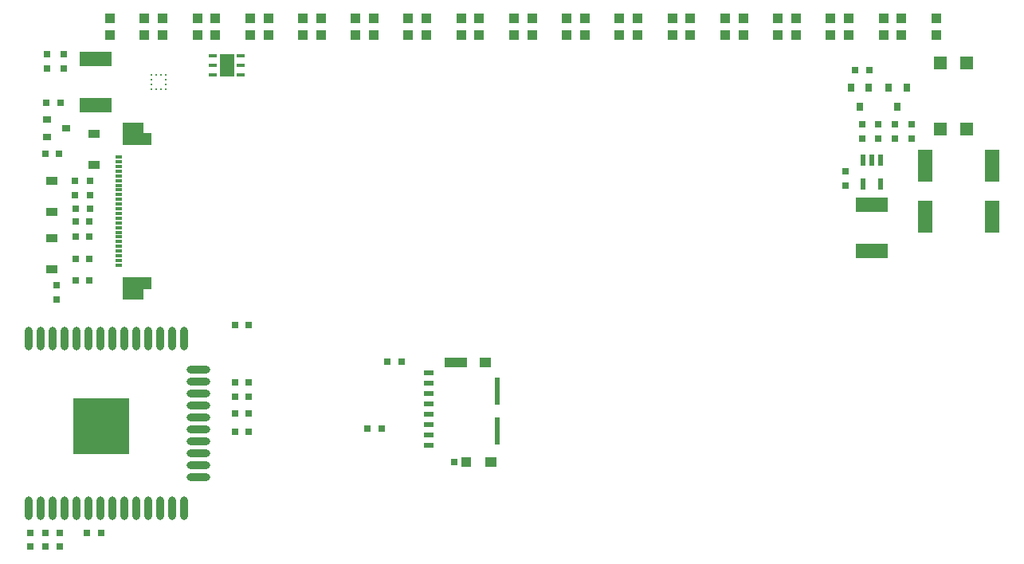
<source format=gbr>
G04 #@! TF.FileFunction,Paste,Top*
%FSLAX46Y46*%
G04 Gerber Fmt 4.6, Leading zero omitted, Abs format (unit mm)*
G04 Created by KiCad (PCBNEW 4.0.7) date 06/12/18 22:13:00*
%MOMM*%
%LPD*%
G01*
G04 APERTURE LIST*
%ADD10C,0.100000*%
%ADD11C,0.381000*%
%ADD12R,1.600000X3.500000*%
%ADD13R,1.200000X0.900000*%
%ADD14R,3.500000X1.600000*%
%ADD15R,0.900000X0.800000*%
%ADD16R,1.400000X1.400000*%
%ADD17R,0.550000X1.200000*%
%ADD18R,0.280000X0.255000*%
%ADD19R,0.255000X0.280000*%
%ADD20R,0.810000X0.420000*%
%ADD21R,1.500000X2.400000*%
%ADD22R,0.800000X0.300000*%
%ADD23R,0.800000X0.900000*%
%ADD24R,1.000000X1.000000*%
%ADD25R,1.000000X0.500000*%
%ADD26R,0.780000X0.720000*%
%ADD27R,1.080000X1.050000*%
%ADD28R,1.200000X1.050000*%
%ADD29R,2.390000X1.050000*%
%ADD30R,0.550000X2.910000*%
%ADD31R,0.800000X0.750000*%
%ADD32R,0.750000X0.800000*%
%ADD33O,0.900000X2.500000*%
%ADD34O,2.500000X0.900000*%
%ADD35R,6.000000X6.000000*%
G04 APERTURE END LIST*
D10*
D11*
G36*
X75998385Y-81650000D02*
X76940000Y-81650000D01*
X76940000Y-83172611D01*
X75998385Y-83172611D01*
X75998385Y-81650000D01*
G37*
X75998385Y-81650000D02*
X76940000Y-81650000D01*
X76940000Y-83172611D01*
X75998385Y-83172611D01*
X75998385Y-81650000D01*
D10*
G36*
X65430000Y-107280000D02*
X67630000Y-107280000D01*
X67630000Y-106180000D01*
X68480000Y-106180000D01*
X68480000Y-104880000D01*
X65430000Y-104880000D01*
X65430000Y-107280000D01*
G37*
G36*
X65430000Y-88480000D02*
X67630000Y-88480000D01*
X67630000Y-89580000D01*
X68480000Y-89580000D01*
X68480000Y-90880000D01*
X65430000Y-90880000D01*
X65430000Y-88480000D01*
G37*
D12*
X150672000Y-98446000D03*
X150672000Y-93046000D03*
D13*
X62370000Y-93010000D03*
X62370000Y-89710000D03*
X57893200Y-100723200D03*
X57893200Y-104023200D03*
X57893200Y-94702400D03*
X57893200Y-98002400D03*
D14*
X144970000Y-97220000D03*
X144970000Y-102100000D03*
X62520000Y-86600000D03*
X62520000Y-81720000D03*
D15*
X57370000Y-88110000D03*
X57370000Y-90010000D03*
X59370000Y-89060000D03*
D16*
X155120000Y-82160000D03*
X155120000Y-89160000D03*
X152320000Y-82160000D03*
X152320000Y-89160000D03*
D17*
X145950000Y-92500000D03*
X145000000Y-92500000D03*
X144050000Y-92500000D03*
X144050000Y-95000000D03*
X145950000Y-95000000D03*
D18*
X68457500Y-83410000D03*
X68457500Y-83910000D03*
X68457500Y-84410000D03*
X68457500Y-84910000D03*
D19*
X68970000Y-84910000D03*
X69470000Y-84910000D03*
D18*
X69982500Y-84910000D03*
X69982500Y-84410000D03*
X69982500Y-83910000D03*
X69982500Y-83410000D03*
D19*
X69470000Y-83410000D03*
X68970000Y-83410000D03*
D20*
X75020000Y-81410000D03*
X75020000Y-82410000D03*
X75020000Y-83410000D03*
X77920000Y-83410000D03*
X77920000Y-82410000D03*
X77920000Y-81410000D03*
D21*
X76470000Y-82410000D03*
D22*
X65030000Y-103630000D03*
X65030000Y-103130000D03*
X65030000Y-102630000D03*
X65030000Y-102130000D03*
X65030000Y-101630000D03*
X65030000Y-101130000D03*
X65030000Y-100630000D03*
X65030000Y-100130000D03*
X65030000Y-99630000D03*
X65030000Y-99130000D03*
X65030000Y-98630000D03*
X65030000Y-98130000D03*
X65030000Y-97630000D03*
X65030000Y-97130000D03*
X65030000Y-96630000D03*
X65030000Y-96130000D03*
X65030000Y-95630000D03*
X65030000Y-95130000D03*
X65030000Y-94630000D03*
X65030000Y-94130000D03*
X65030000Y-93630000D03*
X65030000Y-93130000D03*
X65030000Y-92630000D03*
X65030000Y-92130000D03*
D23*
X148700000Y-84750000D03*
X146800000Y-84750000D03*
X147750000Y-86750000D03*
X144700000Y-84750000D03*
X142800000Y-84750000D03*
X143750000Y-86750000D03*
D24*
X67730000Y-79150000D03*
X67730000Y-77370000D03*
X64050000Y-77370000D03*
X64050000Y-79150000D03*
X90162000Y-79150000D03*
X90162000Y-77370000D03*
X86482000Y-77370000D03*
X86482000Y-79150000D03*
X112594000Y-79150000D03*
X112594000Y-77370000D03*
X108914000Y-77370000D03*
X108914000Y-79150000D03*
X135026000Y-79150000D03*
X135026000Y-77370000D03*
X131346000Y-77370000D03*
X131346000Y-79150000D03*
X73338000Y-79150000D03*
X73338000Y-77370000D03*
X69658000Y-77370000D03*
X69658000Y-79150000D03*
X95770000Y-79150000D03*
X95770000Y-77370000D03*
X92090000Y-77370000D03*
X92090000Y-79150000D03*
X118202000Y-79150000D03*
X118202000Y-77370000D03*
X114522000Y-77370000D03*
X114522000Y-79150000D03*
X140634000Y-79150000D03*
X140634000Y-77370000D03*
X136954000Y-77370000D03*
X136954000Y-79150000D03*
X78946000Y-79150000D03*
X78946000Y-77370000D03*
X75266000Y-77370000D03*
X75266000Y-79150000D03*
X101378000Y-79150000D03*
X101378000Y-77370000D03*
X97698000Y-77370000D03*
X97698000Y-79150000D03*
X123810000Y-79150000D03*
X123810000Y-77370000D03*
X120130000Y-77370000D03*
X120130000Y-79150000D03*
X146242000Y-79150000D03*
X146242000Y-77370000D03*
X142562000Y-77370000D03*
X142562000Y-79150000D03*
X84554000Y-79150000D03*
X84554000Y-77370000D03*
X80874000Y-77370000D03*
X80874000Y-79150000D03*
X106986000Y-79150000D03*
X106986000Y-77370000D03*
X103306000Y-77370000D03*
X103306000Y-79150000D03*
X129418000Y-79150000D03*
X129418000Y-77370000D03*
X125738000Y-77370000D03*
X125738000Y-79150000D03*
X151850000Y-79150000D03*
X151850000Y-77370000D03*
X148170000Y-77370000D03*
X148170000Y-79150000D03*
D12*
X157784000Y-98446000D03*
X157784000Y-93046000D03*
D25*
X97970000Y-122810000D03*
X97970000Y-121710000D03*
X97970000Y-120610000D03*
X97970000Y-119510000D03*
X97970000Y-118410000D03*
X97970000Y-117310000D03*
X97970000Y-116210000D03*
X97970000Y-115110000D03*
D26*
X100650000Y-124570000D03*
D27*
X101920000Y-124585000D03*
D28*
X104530000Y-124585000D03*
X103960000Y-113935000D03*
D29*
X100775000Y-113935000D03*
D30*
X105205000Y-121246000D03*
X105205000Y-117056000D03*
D31*
X95020000Y-113910000D03*
X93520000Y-113910000D03*
X78820000Y-116110000D03*
X77320000Y-116110000D03*
X78820000Y-119360000D03*
X77320000Y-119360000D03*
X78820000Y-117610000D03*
X77320000Y-117610000D03*
X78820000Y-121360000D03*
X77320000Y-121360000D03*
X92920000Y-121010000D03*
X91420000Y-121010000D03*
X60420000Y-97610000D03*
X61920000Y-97610000D03*
D32*
X145720000Y-88660000D03*
X145720000Y-90160000D03*
X143970000Y-88660000D03*
X143970000Y-90160000D03*
D31*
X58820000Y-86360000D03*
X57320000Y-86360000D03*
D32*
X61920000Y-96160000D03*
X61920000Y-94660000D03*
D31*
X60394400Y-105268800D03*
X61894400Y-105268800D03*
X60394400Y-102932000D03*
X61894400Y-102932000D03*
X60394400Y-100595200D03*
X61894400Y-100595200D03*
X60394400Y-99020400D03*
X61894400Y-99020400D03*
D32*
X58401200Y-105788800D03*
X58401200Y-107288800D03*
X60370000Y-94660000D03*
X60370000Y-96160000D03*
X142220000Y-93660000D03*
X142220000Y-95160000D03*
X57170000Y-133560000D03*
X57170000Y-132060000D03*
X149220000Y-90160000D03*
X149220000Y-88660000D03*
X55570000Y-133560000D03*
X55570000Y-132060000D03*
X59120000Y-82710000D03*
X59120000Y-81210000D03*
X57370000Y-82710000D03*
X57370000Y-81210000D03*
D31*
X144720000Y-82910000D03*
X143220000Y-82910000D03*
X61620000Y-132110000D03*
X63120000Y-132110000D03*
D32*
X147470000Y-90160000D03*
X147470000Y-88660000D03*
D31*
X58670000Y-91760000D03*
X57170000Y-91760000D03*
X77320000Y-110010000D03*
X78820000Y-110010000D03*
D32*
X58770000Y-133560000D03*
X58770000Y-132060000D03*
D33*
X55420000Y-111435000D03*
X56690000Y-111435000D03*
X57960000Y-111435000D03*
X59230000Y-111435000D03*
X60500000Y-111435000D03*
X61770000Y-111435000D03*
X63040000Y-111435000D03*
X64310000Y-111435000D03*
X65580000Y-111435000D03*
X66850000Y-111435000D03*
X68120000Y-111435000D03*
X69390000Y-111435000D03*
X70660000Y-111435000D03*
X71930000Y-111435000D03*
D34*
X73420000Y-114720000D03*
X73420000Y-115990000D03*
X73420000Y-117260000D03*
X73420000Y-118530000D03*
X73420000Y-119800000D03*
X73420000Y-121070000D03*
X73420000Y-122340000D03*
X73420000Y-123610000D03*
X73420000Y-124880000D03*
X73420000Y-126150000D03*
D33*
X71930000Y-129435000D03*
X70660000Y-129435000D03*
X69390000Y-129435000D03*
X68120000Y-129435000D03*
X66850000Y-129435000D03*
X65580000Y-129435000D03*
X64310000Y-129435000D03*
X63040000Y-129435000D03*
X61770000Y-129435000D03*
X60500000Y-129435000D03*
X59230000Y-129435000D03*
X57960000Y-129435000D03*
X56690000Y-129435000D03*
X55420000Y-129435000D03*
D35*
X63120000Y-120735000D03*
M02*

</source>
